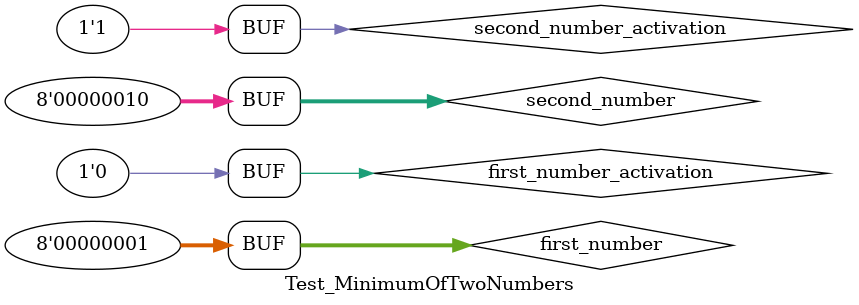
<source format=v>
`timescale 1ns / 1ps

module Test_MinimumOfTwoNumbers;
reg signed [7:0]first_number;
reg first_number_activation;//tells the module if it should consider this number to compare with the other one

reg signed [7:0]second_number;
reg second_number_activation;

wire signed [7:0] minimum;
wire minimum_activation; //tells the socond layr if this minimum valid or not

always
begin 
    #5
    first_number=-1;
    first_number_activation=1;
    second_number=-2;
    second_number_activation=1;
    #2
    first_number=-1;
    first_number_activation=0;
    second_number=-2;
    second_number_activation=0;
    #2
    first_number=1;
    first_number_activation=0;
    second_number=2;
    second_number_activation=1;
end

initial
begin 
    first_number=1;
    first_number_activation=0;
    second_number=-1;
    second_number_activation=1;
    $monitor("%d  %b",minimum,minimum_activation);
end

MinimumOfTwoNumbers _MinimumOfTwoNumbers (first_number,first_number_activation,
                                          second_number,second_number_activation,
                                          minimum,minimum_activation);

endmodule

</source>
